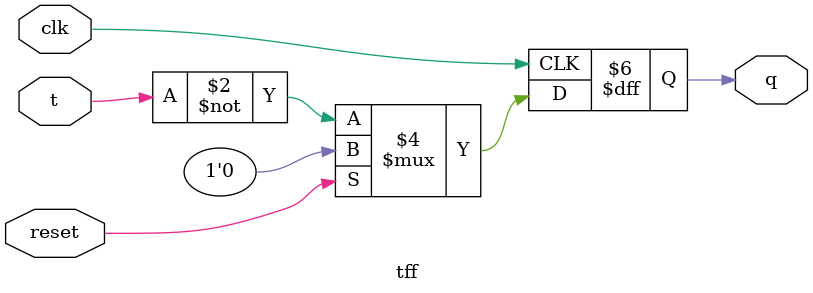
<source format=v>
module tff (
    input clk, reset, t,
    output reg q
);

always @(posedge clk) begin
    if(reset) begin
        q <= 1'b0;
    end
    else q <= ~t;
end
    
endmodule
</source>
